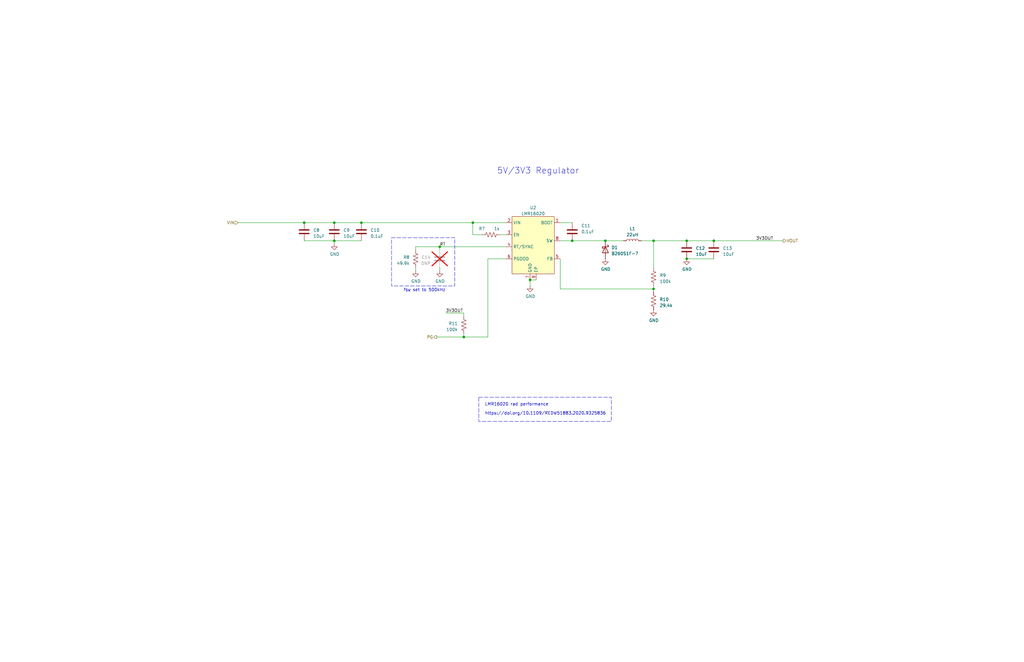
<source format=kicad_sch>
(kicad_sch (version 20230121) (generator eeschema)
  (paper "B")
  (lib_symbols
    (symbol "Device:C" (pin_numbers hide) (pin_names (offset 0.254))
      (property "Reference" "C" (at 0.635 2.54 0))
      (property "Value" "C" (at 0.635 -2.54 0))
      (symbol "C_0_1"
        (polyline (pts (xy -2.032 -0.762) (xy 2.032 -0.762)) (stroke (width 0.508)))
        (polyline (pts (xy -2.032 0.762) (xy 2.032 0.762)) (stroke (width 0.508)))
      )
      (symbol "C_1_1"
        (pin passive line (at 0 3.81 270) (length 2.794) (name "~") (number "1"))
        (pin passive line (at 0 -3.81 90) (length 2.794) (name "~") (number "2"))
      )
    )
    (symbol "Device:D_Schottky" (pin_numbers hide) (pin_names (offset 1.016) hide)
      (property "Reference" "D" (at 0 2.54 0))
      (property "Value" "D_Schottky" (at 0 -2.54 0))
      (symbol "D_Schottky_0_1"
        (polyline (pts (xy 1.27 0) (xy -1.27 0)))
        (polyline (pts (xy 1.27 1.27) (xy 1.27 -1.27) (xy -1.27 0) (xy 1.27 1.27)) (stroke (width 0.254)))
        (polyline (pts (xy -1.905 0.635) (xy -1.905 1.27) (xy -1.27 1.27) (xy -1.27 -1.27) (xy -0.635 -1.27) (xy -0.635 -0.635)) (stroke (width 0.254)))
      )
      (symbol "D_Schottky_1_1"
        (pin passive line (at -3.81 0 0) (length 2.54) (name "K") (number "1"))
        (pin passive line (at 3.81 0 180) (length 2.54) (name "A") (number "2"))
      )
    )
    (symbol "Device:L" (pin_numbers hide) (pin_names (offset 1.016) hide)
      (property "Reference" "L" (at -1.27 0 90))
      (property "Value" "L" (at 1.905 0 90))
      (symbol "L_0_1"
        (arc (start 0 -2.54) (mid 0.6323 -1.905) (end 0 -1.27))
        (arc (start 0 -1.27) (mid 0.6323 -0.635) (end 0 0))
        (arc (start 0 0) (mid 0.6323 0.635) (end 0 1.27))
        (arc (start 0 1.27) (mid 0.6323 1.905) (end 0 2.54))
      )
      (symbol "L_1_1"
        (pin passive line (at 0 3.81 270) (length 1.27) (name "1") (number "1"))
        (pin passive line (at 0 -3.81 90) (length 1.27) (name "2") (number "2"))
      )
    )
    (symbol "Device:R_US" (pin_numbers hide) (pin_names (offset 0))
      (property "Reference" "R" (at 2.54 0 90))
      (property "Value" "R_US" (at -2.54 0 90))
      (symbol "R_US_0_1"
        (polyline (pts (xy 0 -2.286) (xy 0 -2.54)))
        (polyline (pts (xy 0 2.286) (xy 0 2.54)))
        (polyline (pts (xy 0 -0.762) (xy 1.016 -1.143) (xy 0 -1.524) (xy -1.016 -1.905) (xy 0 -2.286)))
        (polyline (pts (xy 0 0.762) (xy 1.016 0.381) (xy 0 0) (xy -1.016 -0.381) (xy 0 -0.762)))
        (polyline (pts (xy 0 2.286) (xy 1.016 1.905) (xy 0 1.524) (xy -1.016 1.143) (xy 0 0.762)))
      )
      (symbol "R_US_1_1"
        (pin passive line (at 0 3.81 270) (length 1.27) (name "~") (number "1"))
        (pin passive line (at 0 -3.81 90) (length 1.27) (name "~") (number "2"))
      )
    )
    (symbol "SierraLobo:LMR16020"
      (property "Reference" "U" (at 0 3.81 0))
      (property "Value" "LMR16020" (at 0 1.27 0))
      (symbol "LMR16020_0_0"
        (pin unspecified line (at 11.43 -2.54 180) (length 2.54) (name "BOOT") (number "1"))
        (pin unspecified line (at -11.43 -2.54 0) (length 2.54) (name "VIN") (number "2"))
        (pin unspecified line (at -11.43 -7.62 0) (length 2.54) (name "EN") (number "3"))
        (pin unspecified line (at -11.43 -12.7 0) (length 2.54) (name "RT/SYNC") (number "4"))
        (pin unspecified line (at 11.43 -17.78 180) (length 2.54) (name "FB") (number "5"))
        (pin unspecified line (at -11.43 -17.78 0) (length 2.54) (name "PGOOD") (number "6"))
        (pin unspecified line (at -1.27 -26.67 90) (length 2.54) (name "GND") (number "7"))
        (pin unspecified line (at 11.43 -10.16 180) (length 2.54) (name "SW") (number "8"))
        (pin unspecified line (at 1.27 -26.67 90) (length 2.54) (name "EP") (number "9"))
      )
      (symbol "LMR16020_1_1"
        (rectangle (start -8.89 0) (end 8.89 -24.13) (fill (type background)))
      )
    )
    (symbol "power:GND" (power) (pin_names (offset 0))
      (property "Value" "GND" (at 0 -3.81 0))
      (symbol "GND_0_1"
        (polyline (pts (xy 0 0) (xy 0 -1.27) (xy 1.27 -1.27) (xy 0 -2.54) (xy -1.27 -1.27) (xy 0 -1.27)))
      )
      (symbol "GND_1_1"
        (pin power_in line (at 0 0 270) (length 0) hide (name "GND") (number "1"))
      )
    )
  )
  (junction (at 195.58 142.24))
  (junction (at 140.97 93.98))
  (junction (at 241.3 101.6))
  (junction (at 289.56 101.6))
  (junction (at 300.99 101.6))
  (junction (at 275.59 101.6))
  (junction (at 275.59 121.92))
  (junction (at 152.4 93.98))
  (junction (at 223.52 118.11))
  (junction (at 185.42 104.14))
  (junction (at 128.27 93.98))
  (junction (at 255.27 101.6))
  (junction (at 289.56 109.22))
  (junction (at 140.97 101.6))
  (junction (at 199.39 93.98))
  (wire (pts (xy 187.96 132.08) (xy 195.58 132.08)))
  (wire (pts (xy 223.52 118.11) (xy 223.52 120.65)))
  (wire (pts (xy 275.59 113.03) (xy 275.59 101.6)))
  (wire (pts (xy 184.15 142.24) (xy 195.58 142.24)))
  (wire (pts (xy 205.74 109.22) (xy 205.74 142.24)))
  (wire (pts (xy 185.42 114.3) (xy 185.42 113.03)))
  (wire (pts (xy 275.59 101.6) (xy 270.51 101.6)))
  (wire (pts (xy 210.82 99.06) (xy 213.36 99.06)))
  (wire (pts (xy 236.22 93.98) (xy 241.3 93.98)))
  (wire (pts (xy 226.06 118.11) (xy 223.52 118.11)))
  (wire (pts (xy 275.59 120.65) (xy 275.59 121.92)))
  (wire (pts (xy 275.59 101.6) (xy 289.56 101.6)))
  (wire (pts (xy 289.56 109.22) (xy 300.99 109.22)))
  (wire (pts (xy 199.39 93.98) (xy 213.36 93.98)))
  (wire (pts (xy 195.58 142.24) (xy 205.74 142.24)))
  (wire (pts (xy 185.42 105.41) (xy 185.42 104.14)))
  (wire (pts (xy 236.22 121.92) (xy 275.59 121.92)))
  (wire (pts (xy 175.26 104.14) (xy 175.26 105.41)))
  (wire (pts (xy 289.56 101.6) (xy 300.99 101.6)))
  (wire (pts (xy 213.36 109.22) (xy 205.74 109.22)))
  (wire (pts (xy 175.26 104.14) (xy 185.42 104.14)))
  (wire (pts (xy 185.42 104.14) (xy 213.36 104.14)))
  (wire (pts (xy 195.58 140.97) (xy 195.58 142.24)))
  (wire (pts (xy 100.33 93.98) (xy 128.27 93.98)))
  (wire (pts (xy 300.99 101.6) (xy 330.2 101.6)))
  (wire (pts (xy 195.58 132.08) (xy 195.58 133.35)))
  (wire (pts (xy 128.27 101.6) (xy 140.97 101.6)))
  (wire (pts (xy 140.97 102.87) (xy 140.97 101.6)))
  (wire (pts (xy 199.39 99.06) (xy 199.39 93.98)))
  (wire (pts (xy 255.27 101.6) (xy 262.89 101.6)))
  (wire (pts (xy 275.59 121.92) (xy 275.59 123.19)))
  (wire (pts (xy 236.22 109.22) (xy 236.22 121.92)))
  (wire (pts (xy 140.97 93.98) (xy 152.4 93.98)))
  (wire (pts (xy 236.22 101.6) (xy 241.3 101.6)))
  (wire (pts (xy 140.97 101.6) (xy 152.4 101.6)))
  (wire (pts (xy 175.26 114.3) (xy 175.26 113.03)))
  (wire (pts (xy 255.27 101.6) (xy 241.3 101.6)))
  (wire (pts (xy 203.2 99.06) (xy 199.39 99.06)))
  (wire (pts (xy 152.4 93.98) (xy 199.39 93.98)))
  (wire (pts (xy 128.27 93.98) (xy 140.97 93.98)))
  (rectangle (start 165.1 100.33) (end 191.77 120.65) (stroke (width 0) (type dash)))
  (rectangle (start 201.93 167.64) (end 257.81 177.8) (stroke (width 0) (type dash)))
  (text "5V/3V3 Regulator" (at 209.55 73.66 0) (effects (font (size 2.54 2.54)) (justify left bottom)))
  (text "LMR16020 rad performance" (at 204.47 171.45 0) (effects (font (size 1.27 1.27)) (justify left bottom)))
  (text "https://doi.org/10.1109/REDW51883.2020.9325836" (at 204.47 175.26 0) (effects (font (size 1.27 1.27)) (justify left bottom)))
  (text "f_{SW} set to 500kHz" (at 170.18 123.19 0) (effects (font (size 1.27 1.27)) (justify left bottom)))
  (label "3V3OUT" (at 187.96 132.08 0))
  (label "3V3OUT" (at 318.77 101.6 0))
  (label "RT" (at 185.42 104.14 0))
  (hierarchical_label "VOUT" (shape output) (at 330.2 101.6 0))
  (hierarchical_label "PG" (shape output) (at 184.15 142.24 180))
  (hierarchical_label "VIN" (shape input) (at 100.33 93.98 180))
  (symbol (lib_id "Device:C") (at 152.4 97.79 180) (unit 1)
    (property "Reference" "C10" (at 156.21 97.155 0) (effects (justify right)))
    (property "Value" "0.1uF" (at 156.21 99.695 0) (effects (justify right)))
    (property "Footprint" "Capacitor_SMD:C_0402_1005Metric" (effects hide))
    (instances (project "magnetotorqer-drive-board" (path "" (reference "C10") (unit 1))) (project "payload-interface-board" (path "" (reference "C30") (unit 1)) (path "" (reference "C76") (unit 1))))
  )
  (symbol (lib_id "Device:C") (at 140.97 97.79 180) (unit 1)
    (property "Reference" "C9" (at 144.78 97.155 0) (effects (justify right)))
    (property "Value" "10uF" (at 144.78 99.695 0) (effects (justify right)))
    (property "Footprint" "Capacitor_SMD:C_0805_2012Metric" (effects hide))
    (instances (project "magnetotorqer-drive-board" (path "" (reference "C9") (unit 1))) (project "payload-interface-board" (path "" (reference "C27") (unit 1)) (path "" (reference "C75") (unit 1))))
  )
  (symbol (lib_id "Device:C") (at 128.27 97.79 180) (unit 1)
    (property "Reference" "C8" (at 132.08 97.155 0) (effects (justify right)))
    (property "Value" "10uF" (at 132.08 99.695 0) (effects (justify right)))
    (property "Footprint" "Capacitor_SMD:C_0805_2012Metric" (effects hide))
    (instances (project "magnetotorqer-drive-board" (path "" (reference "C8") (unit 1))) (project "payload-interface-board" (path "" (reference "C26") (unit 1)) (path "" (reference "C74") (unit 1))))
  )
  (symbol (lib_id "Device:R_US") (at 207.01 99.06 90) (unit 1)
    (property "Reference" "R7" (at 203.2 96.52 90))
    (property "Value" "1k" (at 209.55 96.52 90))
    (property "Footprint" "Resistor_SMD:R_0402_1005Metric" (effects hide))
    (instances (project "magnetotorqer-drive-board" (path "" (reference "R7") (unit 1))) (project "payload-interface-board" (path "" (reference "R11") (unit 1)) (path "" (reference "R33") (unit 1)) (path "" (reference "R158") (unit 1))))
  )
  (symbol (lib_id "power:GND") (at 255.27 109.22 0) (unit 1)
    (property "Reference" "#PWR018" (effects hide))
    (property "Value" "GND" (at 255.397 113.6142 0))
    (instances (project "RP2040_minimal" (path "" (reference "#PWR018") (unit 1))) (project "magnetotorqer-drive-board" (path "" (reference "#PWR04") (unit 1))) (project "payload-interface-board" (path "" (reference "#PWR0135") (unit 1)) (path "" (reference "#PWR0123") (unit 1))))
  )
  (symbol (lib_id "power:GND") (at 140.97 102.87 0) (unit 1)
    (property "Reference" "#PWR018" (effects hide))
    (property "Value" "GND" (at 141.097 107.2642 0))
    (instances (project "RP2040_minimal" (path "" (reference "#PWR018") (unit 1))) (project "magnetotorqer-drive-board" (path "" (reference "#PWR03") (unit 1))) (project "payload-interface-board" (path "" (reference "#PWR0137") (unit 1)) (path "" (reference "#PWR0122") (unit 1))))
  )
  (symbol (lib_id "Device:R_US") (at 195.58 137.16 180) (unit 1)
    (property "Reference" "R11" (at 193.04 136.525 0) (effects (justify left)))
    (property "Value" "100k" (at 193.04 139.065 0) (effects (justify left)))
    (property "Footprint" "Resistor_SMD:R_0402_1005Metric" (effects hide))
    (instances (project "magnetotorqer-drive-board" (path "" (reference "R11") (unit 1))) (project "payload-interface-board" (path "" (reference "R11") (unit 1)) (path "" (reference "R34") (unit 1)) (path "" (reference "R162") (unit 1))))
  )
  (symbol (lib_id "Device:C") (at 300.99 105.41 180) (unit 1)
    (property "Reference" "C13" (at 304.8 104.775 0) (effects (justify right)))
    (property "Value" "10uF" (at 304.8 107.315 0) (effects (justify right)))
    (property "Footprint" "Capacitor_SMD:C_0805_2012Metric" (effects hide))
    (instances (project "magnetotorqer-drive-board" (path "" (reference "C13") (unit 1))) (project "payload-interface-board" (path "" (reference "C27") (unit 1)) (path "" (reference "C79") (unit 1))))
  )
  (symbol (lib_id "power:GND") (at 175.26 114.3 0) (unit 1)
    (property "Reference" "#PWR018" (effects hide))
    (property "Value" "GND" (at 175.387 118.6942 0))
    (instances (project "RP2040_minimal" (path "" (reference "#PWR018") (unit 1))) (project "magnetotorqer-drive-board" (path "" (reference "#PWR018") (unit 1))) (project "payload-interface-board" (path "" (reference "#PWR069") (unit 1)) (path "" (reference "#PWR0125") (unit 1))))
  )
  (symbol (lib_id "power:GND") (at 185.42 114.3 0) (unit 1)
    (property "Reference" "#PWR018" (effects hide))
    (property "Value" "GND" (at 185.547 118.6942 0))
    (instances (project "RP2040_minimal" (path "" (reference "#PWR018") (unit 1))) (project "magnetotorqer-drive-board" (path "" (reference "#PWR019") (unit 1))) (project "payload-interface-board" (path "" (reference "#PWR070") (unit 1)) (path "" (reference "#PWR0126") (unit 1))))
  )
  (symbol (lib_id "Device:D_Schottky") (at 255.27 105.41 270) (unit 1)
    (property "Reference" "D1" (at 257.81 104.4575 90) (effects (justify left)))
    (property "Value" "B260S1F-7" (at 257.81 106.9975 90) (effects (justify left)))
    (property "Footprint" "Diode_SMD:D_SOD-123F" (effects hide))
    (property "Manufacturer" "Diodes Incorporated" (effects hide))
    (property "Mfr. Part No" "B260S1F-7" (effects hide))
    (property "Description" "DIODE SCHOTTKY 60V 2A SOD123F" (effects hide))
    (instances (project "magnetotorqer-drive-board" (path "" (reference "D1") (unit 1))) (project "payload-interface-board" (path "" (reference "D7") (unit 1)) (path "" (reference "D14") (unit 1))))
  )
  (symbol (lib_id "Device:C") (at 241.3 97.79 180) (unit 1)
    (property "Reference" "C11" (at 245.11 95.25 0) (effects (justify right)))
    (property "Value" "0.1uF" (at 245.11 97.79 0) (effects (justify right)))
    (property "Footprint" "Capacitor_SMD:C_0402_1005Metric" (effects hide))
    (property "Manufacturer" "TDK" (effects hide))
    (property "Mfr. Part No" "CGA2B3X7R1H104K050BE" (effects hide))
    (property "Description" "CAP CER 0.1UF 50V X7R 0402" (effects hide))
    (instances (project "magnetotorqer-drive-board" (path "" (reference "C11") (unit 1))) (project "payload-interface-board" (path "" (reference "C24") (unit 1)) (path "" (reference "C77") (unit 1))))
  )
  (symbol (lib_id "power:GND") (at 289.56 109.22 0) (unit 1)
    (property "Reference" "#PWR018" (effects hide))
    (property "Value" "GND" (at 289.687 113.6142 0))
    (instances (project "RP2040_minimal" (path "" (reference "#PWR018") (unit 1))) (project "magnetotorqer-drive-board" (path "" (reference "#PWR017") (unit 1))) (project "payload-interface-board" (path "" (reference "#PWR0137") (unit 1)) (path "" (reference "#PWR0124") (unit 1))))
  )
  (symbol (lib_id "Device:L") (at 266.7 101.6 90) (unit 1)
    (property "Reference" "L1" (at 266.7 96.52 90))
    (property "Value" "22uH" (at 266.7 99.06 90))
    (property "Footprint" "Inductor_SMD:L_Vishay_IHLP-2525" (effects hide))
    (property "Manufacturer" "Vishay Dale" (effects hide))
    (property "Mfr. Part No" "IHLP2525CZER220M8A" (effects hide))
  )
  (symbol (lib_id "Device:C") (at 185.42 109.22 0) (mirror y) (unit 1) (dnp yes)
    (property "Reference" "C14" (at 181.61 108.585 0) (effects (justify left)))
    (property "Value" "DNP" (at 181.61 111.125 0) (effects (justify left)))
    (property "Footprint" "Capacitor_SMD:C_0603_1608Metric" (effects hide))
    (instances (project "magnetotorqer-drive-board" (path "" (reference "C14") (unit 1))) (project "payload-interface-board" (path "" (reference "C23") (unit 1)) (path "" (reference "C80") (unit 1))))
  )
  (symbol (lib_id "Device:R_US") (at 175.26 109.22 180) (unit 1)
    (property "Reference" "R8" (at 172.72 108.585 0) (effects (justify left)))
    (property "Value" "49.9k" (at 172.72 111.125 0) (effects (justify left)))
    (property "Footprint" "Resistor_SMD:R_0603_1608Metric" (effects hide))
    (instances (project "magnetotorqer-drive-board" (path "" (reference "R8") (unit 1))) (project "payload-interface-board" (path "" (reference "R11") (unit 1)) (path "" (reference "R34") (unit 1)) (path "" (reference "R159") (unit 1))))
  )
  (symbol (lib_id "SierraLobo:LMR16020") (at 224.79 91.44 0) (unit 1)
    (property "Reference" "U2" (at 224.79 87.63 0))
    (property "Value" "LMR16020" (at 224.79 90.17 0))
    (property "Footprint" "Package_SO:Texas_HSOP-8-1EP_3.9x4.9mm_P1.27mm_ThermalVias" (effects hide))
    (property "Datasheet" "https://www.ti.com/lit/ds/symlink/lmr16020.pdf?ts=1687176903759" (effects hide))
    (property "Mrf. Part No" "LMR16020PDDAR" (effects hide))
    (property "Manufacturer" "Texas Instruments" (effects hide))
    (instances (project "magnetotorqer-drive-board" (path "" (reference "U2") (unit 1))) (project "payload-interface-board" (path "" (reference "U8") (unit 1)) (path "" (reference "U25") (unit 1))))
  )
  (symbol (lib_id "Device:C") (at 289.56 105.41 180) (unit 1)
    (property "Reference" "C12" (at 293.37 104.775 0) (effects (justify right)))
    (property "Value" "10uF" (at 293.37 107.315 0) (effects (justify right)))
    (property "Footprint" "Capacitor_SMD:C_0805_2012Metric" (effects hide))
    (instances (project "magnetotorqer-drive-board" (path "" (reference "C12") (unit 1))) (project "payload-interface-board" (path "" (reference "C26") (unit 1)) (path "" (reference "C78") (unit 1))))
  )
  (symbol (lib_id "power:GND") (at 275.59 130.81 0) (unit 1)
    (property "Reference" "#PWR018" (effects hide))
    (property "Value" "GND" (at 275.717 135.2042 0))
    (instances (project "RP2040_minimal" (path "" (reference "#PWR018") (unit 1))) (project "magnetotorqer-drive-board" (path "" (reference "#PWR021") (unit 1))) (project "payload-interface-board" (path "" (reference "#PWR0136") (unit 1)) (path "" (reference "#PWR0128") (unit 1))))
  )
  (symbol (lib_id "power:GND") (at 223.52 120.65 0) (unit 1)
    (property "Reference" "#PWR018" (effects hide))
    (property "Value" "GND" (at 223.647 125.0442 0))
    (instances (project "RP2040_minimal" (path "" (reference "#PWR018") (unit 1))) (project "magnetotorqer-drive-board" (path "" (reference "#PWR020") (unit 1))) (project "payload-interface-board" (path "" (reference "#PWR042") (unit 1)) (path "" (reference "#PWR0127") (unit 1))))
  )
  (symbol (lib_id "Device:R_US") (at 275.59 127 0) (unit 1)
    (property "Reference" "R10" (at 278.13 126.365 0) (effects (justify left)))
    (property "Value" "29.4k" (at 278.13 128.905 0) (effects (justify left)))
    (property "Footprint" "Resistor_SMD:R_0603_1608Metric" (effects hide))
    (instances (project "magnetotorqer-drive-board" (path "" (reference "R10") (unit 1))) (project "payload-interface-board" (path "" (reference "R36") (unit 1)) (path "" (reference "R161") (unit 1))))
  )
  (symbol (lib_id "Device:R_US") (at 275.59 116.84 0) (unit 1)
    (property "Reference" "R9" (at 278.13 116.205 0) (effects (justify left)))
    (property "Value" "100k" (at 278.13 118.745 0) (effects (justify left)))
    (property "Footprint" "Resistor_SMD:R_0603_1608Metric" (effects hide))
    (instances (project "magnetotorqer-drive-board" (path "" (reference "R9") (unit 1))) (project "payload-interface-board" (path "" (reference "R35") (unit 1)) (path "" (reference "R160") (unit 1))))
  )
)
</source>
